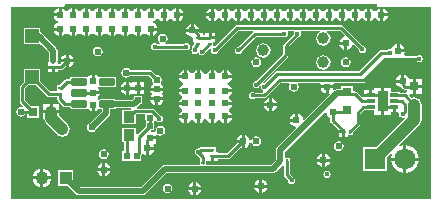
<source format=gbl>
G04*
G04 #@! TF.GenerationSoftware,Altium Limited,Altium Designer,19.1.5 (86)*
G04*
G04 Layer_Physical_Order=4*
G04 Layer_Color=16711680*
%FSLAX25Y25*%
%MOIN*%
G70*
G01*
G75*
%ADD17R,0.00984X0.01378*%
%ADD19R,0.01378X0.00984*%
%ADD26R,0.01968X0.01968*%
%ADD54C,0.01968*%
%ADD57C,0.00984*%
%ADD58C,0.03937*%
%ADD61R,0.04331X0.04331*%
%ADD62C,0.04331*%
%ADD63C,0.03902*%
%ADD64C,0.07087*%
%ADD65R,0.07087X0.07087*%
%ADD66C,0.02402*%
%ADD67C,0.01575*%
%ADD77R,0.03150X0.03150*%
%ADD78R,0.04528X0.04528*%
%ADD79R,0.03150X0.03150*%
%ADD80R,0.02756X0.01181*%
%ADD81R,0.03543X0.07087*%
%ADD82R,0.03819X0.03937*%
%ADD83R,0.02126X0.02362*%
G04:AMPARAMS|DCode=84|XSize=23.62mil|YSize=53.15mil|CornerRadius=1.77mil|HoleSize=0mil|Usage=FLASHONLY|Rotation=90.000|XOffset=0mil|YOffset=0mil|HoleType=Round|Shape=RoundedRectangle|*
%AMROUNDEDRECTD84*
21,1,0.02362,0.04961,0,0,90.0*
21,1,0.02008,0.05315,0,0,90.0*
1,1,0.00354,0.02480,0.01004*
1,1,0.00354,0.02480,-0.01004*
1,1,0.00354,-0.02480,-0.01004*
1,1,0.00354,-0.02480,0.01004*
%
%ADD84ROUNDEDRECTD84*%
G36*
X122880Y65441D02*
X123054Y65180D01*
X123315Y65006D01*
X123622Y64945D01*
X140929D01*
Y803D01*
X803D01*
Y64945D01*
X18110D01*
X18417Y65006D01*
X18678Y65180D01*
X18852Y65441D01*
X18913Y65748D01*
X122819D01*
X122880Y65441D01*
D02*
G37*
%LPC*%
G36*
X123909Y64349D02*
X123551Y64278D01*
X122823Y63791D01*
X122545Y63375D01*
X121943D01*
X121665Y63791D01*
X120937Y64278D01*
X120579Y64349D01*
Y62205D01*
Y60060D01*
X120937Y60132D01*
X121665Y60618D01*
X121943Y61034D01*
X122545D01*
X122823Y60618D01*
X123551Y60132D01*
X123909Y60060D01*
Y62205D01*
Y64349D01*
D02*
G37*
G36*
X110917D02*
X110559Y64278D01*
X109831Y63791D01*
X109553Y63375D01*
X108951D01*
X108673Y63791D01*
X107945Y64278D01*
X107587Y64349D01*
Y62205D01*
Y60060D01*
X107945Y60132D01*
X108673Y60618D01*
X108951Y61034D01*
X109553D01*
X109831Y60618D01*
X110559Y60132D01*
X110917Y60060D01*
Y62205D01*
Y64349D01*
D02*
G37*
G36*
X93594D02*
X93236Y64278D01*
X92508Y63791D01*
X92230Y63375D01*
X91628D01*
X91351Y63791D01*
X90623Y64278D01*
X90264Y64349D01*
Y62205D01*
Y60060D01*
X90623Y60132D01*
X91351Y60618D01*
X91628Y61034D01*
X92230D01*
X92508Y60618D01*
X93236Y60132D01*
X93594Y60060D01*
Y62205D01*
Y64349D01*
D02*
G37*
G36*
X76272D02*
X75913Y64278D01*
X75185Y63791D01*
X74907Y63375D01*
X74306D01*
X74028Y63791D01*
X73300Y64278D01*
X72941Y64349D01*
Y62205D01*
Y60060D01*
X73300Y60132D01*
X74028Y60618D01*
X74306Y61034D01*
X74907D01*
X75185Y60618D01*
X75913Y60132D01*
X76272Y60060D01*
Y62205D01*
Y64349D01*
D02*
G37*
G36*
X115248D02*
X114889Y64278D01*
X114161Y63791D01*
X113883Y63375D01*
X113282D01*
X113004Y63791D01*
X112276Y64278D01*
X111917Y64349D01*
Y62205D01*
Y60060D01*
X112276Y60132D01*
X113004Y60618D01*
X113282Y61034D01*
X113883D01*
X114161Y60618D01*
X114889Y60132D01*
X115248Y60060D01*
Y62205D01*
Y64349D01*
D02*
G37*
G36*
X97925D02*
X97566Y64278D01*
X96838Y63791D01*
X96561Y63375D01*
X95959D01*
X95681Y63791D01*
X94953Y64278D01*
X94595Y64349D01*
Y62205D01*
Y60060D01*
X94953Y60132D01*
X95681Y60618D01*
X95959Y61034D01*
X96561D01*
X96838Y60618D01*
X97566Y60132D01*
X97925Y60060D01*
Y62205D01*
Y64349D01*
D02*
G37*
G36*
X80602D02*
X80244Y64278D01*
X79516Y63791D01*
X79238Y63375D01*
X78636D01*
X78358Y63791D01*
X77630Y64278D01*
X77272Y64349D01*
Y62205D01*
Y60060D01*
X77630Y60132D01*
X78358Y60618D01*
X78636Y61034D01*
X79238D01*
X79516Y60618D01*
X80244Y60132D01*
X80602Y60060D01*
Y62205D01*
Y64349D01*
D02*
G37*
G36*
X106587Y64349D02*
X106228Y64278D01*
X105500Y63791D01*
X105222Y63375D01*
X104621D01*
X104343Y63791D01*
X103615Y64278D01*
X103256Y64349D01*
Y62205D01*
Y60060D01*
X103615Y60132D01*
X104343Y60618D01*
X104621Y61034D01*
X105222D01*
X105500Y60618D01*
X106228Y60132D01*
X106587Y60060D01*
Y62205D01*
Y64349D01*
D02*
G37*
G36*
X89264D02*
X88905Y64278D01*
X88177Y63791D01*
X87899Y63375D01*
X87298D01*
X87020Y63791D01*
X86292Y64278D01*
X85933Y64349D01*
Y62205D01*
Y60060D01*
X86292Y60132D01*
X87020Y60618D01*
X87298Y61034D01*
X87899D01*
X88177Y60618D01*
X88905Y60132D01*
X89264Y60060D01*
Y62205D01*
Y64349D01*
D02*
G37*
G36*
X71941D02*
X71582Y64278D01*
X70854Y63791D01*
X70576Y63375D01*
X69975D01*
X69697Y63791D01*
X68969Y64278D01*
X68610Y64349D01*
Y62205D01*
Y60060D01*
X68969Y60132D01*
X69697Y60618D01*
X69975Y61034D01*
X70576D01*
X70854Y60618D01*
X71582Y60132D01*
X71941Y60060D01*
Y62205D01*
Y64349D01*
D02*
G37*
G36*
X51468D02*
X51110Y64278D01*
X50382Y63791D01*
X50104Y63375D01*
X49503D01*
X49224Y63791D01*
X48496Y64278D01*
X48138Y64349D01*
Y62205D01*
X47138D01*
Y64349D01*
X46779Y64278D01*
X46051Y63791D01*
X45773Y63375D01*
X45172D01*
X44894Y63791D01*
X44166Y64278D01*
X43807Y64349D01*
Y62205D01*
X42807D01*
Y64349D01*
X42448Y64278D01*
X41720Y63791D01*
X41442Y63375D01*
X40841D01*
X40563Y63791D01*
X39835Y64278D01*
X39476Y64349D01*
Y62205D01*
X38476D01*
Y64349D01*
X38118Y64278D01*
X37390Y63791D01*
X37112Y63375D01*
X36510D01*
X36232Y63791D01*
X35504Y64278D01*
X35146Y64349D01*
Y62205D01*
X34146D01*
Y64349D01*
X33787Y64278D01*
X33059Y63791D01*
X32781Y63375D01*
X32180D01*
X31902Y63791D01*
X31174Y64278D01*
X30815Y64349D01*
Y62205D01*
X29815D01*
Y64349D01*
X29456Y64278D01*
X28728Y63791D01*
X28450Y63375D01*
X27849D01*
X27571Y63791D01*
X26843Y64278D01*
X26484Y64349D01*
Y62205D01*
X25484D01*
Y64349D01*
X25126Y64278D01*
X24398Y63791D01*
X24120Y63375D01*
X23518D01*
X23240Y63791D01*
X22512Y64278D01*
X22154Y64349D01*
Y62205D01*
X21154D01*
Y64349D01*
X20795Y64278D01*
X20067Y63791D01*
X19789Y63375D01*
X19187D01*
X18910Y63791D01*
X18181Y64278D01*
X17823Y64349D01*
Y62205D01*
X17323D01*
Y61705D01*
X15178D01*
X15250Y61346D01*
X15736Y60618D01*
X16464Y60132D01*
X16636Y60097D01*
Y59588D01*
X16464Y59553D01*
X15736Y59067D01*
X15250Y58339D01*
X15178Y57980D01*
X17323D01*
Y57480D01*
X17823D01*
Y55336D01*
X18181Y55407D01*
X18910Y55894D01*
X19187Y56310D01*
X19789D01*
X20067Y55894D01*
X20795Y55407D01*
X21154Y55336D01*
Y57480D01*
X22154D01*
Y55336D01*
X22512Y55407D01*
X23240Y55894D01*
X23518Y56310D01*
X24120D01*
X24398Y55894D01*
X25126Y55407D01*
X25484Y55336D01*
Y57480D01*
X26484D01*
Y55336D01*
X26843Y55407D01*
X27571Y55894D01*
X27849Y56310D01*
X28450D01*
X28728Y55894D01*
X29456Y55407D01*
X29815Y55336D01*
Y57480D01*
X30815D01*
Y55336D01*
X31174Y55407D01*
X31902Y55894D01*
X32180Y56310D01*
X32781D01*
X33059Y55894D01*
X33787Y55407D01*
X34146Y55336D01*
Y57480D01*
X35146D01*
Y55336D01*
X35504Y55407D01*
X36232Y55894D01*
X36510Y56310D01*
X37112D01*
X37390Y55894D01*
X38118Y55407D01*
X38476Y55336D01*
Y57480D01*
X39476D01*
Y55336D01*
X39835Y55407D01*
X40563Y55894D01*
X40841Y56310D01*
X41442D01*
X41720Y55894D01*
X42448Y55407D01*
X42807Y55336D01*
Y57480D01*
X43807D01*
Y55336D01*
X44166Y55407D01*
X44894Y55894D01*
X45172Y56310D01*
X45773D01*
X46051Y55894D01*
X46779Y55407D01*
X47138Y55336D01*
Y57480D01*
X47638D01*
Y57980D01*
X49782D01*
X49711Y58339D01*
X49224Y59067D01*
X48496Y59553D01*
X48324Y59588D01*
Y60097D01*
X48496Y60132D01*
X49224Y60618D01*
X49503Y61034D01*
X50104D01*
X50382Y60618D01*
X51110Y60132D01*
X51468Y60060D01*
Y62205D01*
Y64349D01*
D02*
G37*
G36*
X124909Y64349D02*
Y62705D01*
X126554D01*
X126482Y63063D01*
X125996Y63791D01*
X125268Y64278D01*
X124909Y64349D01*
D02*
G37*
G36*
X67610Y64349D02*
X67251Y64278D01*
X66524Y63791D01*
X66037Y63063D01*
X65966Y62705D01*
X67610D01*
Y64349D01*
D02*
G37*
G36*
X16823D02*
X16464Y64278D01*
X15736Y63791D01*
X15250Y63063D01*
X15178Y62705D01*
X16823D01*
Y64349D01*
D02*
G37*
G36*
X56799Y64349D02*
Y62705D01*
X58444D01*
X58372Y63063D01*
X57886Y63791D01*
X57158Y64278D01*
X56799Y64349D01*
D02*
G37*
G36*
X126554Y61705D02*
X124909D01*
Y60060D01*
X125268Y60132D01*
X125996Y60618D01*
X126482Y61346D01*
X126554Y61705D01*
D02*
G37*
G36*
X116248Y64349D02*
Y62205D01*
Y60060D01*
X116607Y60132D01*
X117335Y60618D01*
X117613Y61034D01*
X118214D01*
X118492Y60618D01*
X119220Y60132D01*
X119579Y60060D01*
Y62205D01*
Y64349D01*
X119220Y64278D01*
X118492Y63791D01*
X118214Y63375D01*
X117613D01*
X117335Y63791D01*
X116607Y64278D01*
X116248Y64349D01*
D02*
G37*
G36*
X98925D02*
Y62205D01*
Y60060D01*
X99284Y60132D01*
X100012Y60618D01*
X100290Y61034D01*
X100891D01*
X101169Y60618D01*
X101897Y60132D01*
X102256Y60060D01*
Y62205D01*
Y64349D01*
X101897Y64278D01*
X101169Y63791D01*
X100891Y63375D01*
X100290D01*
X100012Y63791D01*
X99284Y64278D01*
X98925Y64349D01*
D02*
G37*
G36*
X81602D02*
Y62205D01*
Y60060D01*
X81961Y60132D01*
X82689Y60618D01*
X82967Y61034D01*
X83568D01*
X83846Y60618D01*
X84574Y60132D01*
X84933Y60060D01*
Y62205D01*
Y64349D01*
X84574Y64278D01*
X83846Y63791D01*
X83568Y63375D01*
X82967D01*
X82689Y63791D01*
X81961Y64278D01*
X81602Y64349D01*
D02*
G37*
G36*
X67610Y61705D02*
X65966D01*
X66037Y61346D01*
X66524Y60618D01*
X67251Y60132D01*
X67610Y60060D01*
Y61705D01*
D02*
G37*
G36*
X58444Y61705D02*
X56799D01*
Y60060D01*
X57158Y60132D01*
X57886Y60618D01*
X58372Y61346D01*
X58444Y61705D01*
D02*
G37*
G36*
X52469Y64349D02*
Y62205D01*
Y60060D01*
X52827Y60132D01*
X53555Y60618D01*
X53833Y61034D01*
X54435D01*
X54712Y60618D01*
X55440Y60132D01*
X55799Y60060D01*
Y62205D01*
Y64349D01*
X55440Y64278D01*
X54712Y63791D01*
X54435Y63375D01*
X53833D01*
X53555Y63791D01*
X52827Y64278D01*
X52469Y64349D01*
D02*
G37*
G36*
X61917Y59231D02*
Y57587D01*
X63562D01*
X63490Y57945D01*
X63004Y58673D01*
X62276Y59160D01*
X61917Y59231D01*
D02*
G37*
G36*
X60917D02*
X60559Y59160D01*
X59831Y58673D01*
X59344Y57945D01*
X59273Y57587D01*
X60917D01*
Y59231D01*
D02*
G37*
G36*
X49782Y56980D02*
X48138D01*
Y55336D01*
X48496Y55407D01*
X49224Y55894D01*
X49711Y56622D01*
X49782Y56980D01*
D02*
G37*
G36*
X16823D02*
X15178D01*
X15250Y56622D01*
X15736Y55894D01*
X16464Y55407D01*
X16823Y55336D01*
Y56980D01*
D02*
G37*
G36*
X69012Y56020D02*
X67823D01*
Y55028D01*
X69012D01*
Y56020D01*
D02*
G37*
G36*
X51575Y55956D02*
X50953Y55833D01*
X50425Y55480D01*
X50073Y54953D01*
X49949Y54331D01*
X50073Y53709D01*
X50425Y53181D01*
X50729Y52978D01*
X50578Y52478D01*
X49593D01*
X49280Y52687D01*
X48819Y52779D01*
X48358Y52687D01*
X47967Y52426D01*
X47706Y52036D01*
X47615Y51575D01*
X47706Y51114D01*
X47967Y50723D01*
X48358Y50462D01*
X48819Y50371D01*
X49280Y50462D01*
X49593Y50672D01*
X58675D01*
X58988Y50462D01*
X59449Y50371D01*
X59910Y50462D01*
X60300Y50723D01*
X60561Y51114D01*
X60653Y51575D01*
X60561Y52036D01*
X60300Y52426D01*
X59910Y52687D01*
X59449Y52779D01*
X58988Y52687D01*
X58675Y52478D01*
X52572D01*
X52420Y52978D01*
X52724Y53181D01*
X53077Y53709D01*
X53201Y54331D01*
X53077Y54953D01*
X52724Y55480D01*
X52197Y55833D01*
X51575Y55956D01*
D02*
G37*
G36*
X130551Y52419D02*
Y50775D01*
X132195D01*
X132124Y51133D01*
X131637Y51861D01*
X130909Y52348D01*
X130551Y52419D01*
D02*
G37*
G36*
X112098Y52256D02*
X110454D01*
X110525Y51897D01*
X111012Y51169D01*
X111740Y50683D01*
X112098Y50612D01*
Y52256D01*
D02*
G37*
G36*
X111024Y58777D02*
X76378D01*
X76032Y58708D01*
X75739Y58513D01*
X69096Y51869D01*
X68500Y51908D01*
X68405Y52010D01*
Y53035D01*
X69012D01*
Y54027D01*
X67323D01*
Y54527D01*
X66823D01*
Y56020D01*
X65634D01*
Y55431D01*
X65075D01*
Y56020D01*
X64112D01*
X64025Y56151D01*
X63588Y56587D01*
X59273D01*
X59344Y56228D01*
X59831Y55500D01*
X60559Y55014D01*
X61417Y54843D01*
X61697Y54613D01*
Y53035D01*
X61878D01*
X62085Y52535D01*
X61615Y52066D01*
X61419Y51773D01*
X61351Y51427D01*
Y51217D01*
X61141Y50904D01*
X61050Y50443D01*
X61141Y49982D01*
X61402Y49591D01*
X61793Y49330D01*
X62254Y49239D01*
X62715Y49330D01*
X62954Y49490D01*
X63257Y49520D01*
X63563Y49376D01*
X63715Y49148D01*
X64106Y48887D01*
X64567Y48796D01*
X65028Y48887D01*
X65418Y49148D01*
X65680Y49539D01*
X65704Y49663D01*
X67201Y51160D01*
X67371Y51135D01*
X67434Y51093D01*
X67730Y50576D01*
X67693Y50394D01*
X67785Y49933D01*
X68046Y49542D01*
X68437Y49281D01*
X68898Y49189D01*
X69358Y49281D01*
X69749Y49542D01*
X70010Y49933D01*
X70084Y50302D01*
X76752Y56971D01*
X81383D01*
X81511Y56762D01*
X81572Y56471D01*
X76680Y51580D01*
X76311Y51506D01*
X75920Y51245D01*
X75659Y50854D01*
X75567Y50394D01*
X75659Y49933D01*
X75920Y49542D01*
X76311Y49281D01*
X76772Y49189D01*
X77232Y49281D01*
X77623Y49542D01*
X77884Y49933D01*
X77958Y50302D01*
X82658Y55002D01*
X91352D01*
X91665Y54793D01*
X92126Y54701D01*
X92587Y54793D01*
X92977Y55054D01*
X93239Y55445D01*
X93330Y55905D01*
X93239Y56366D01*
X93169Y56471D01*
X93436Y56971D01*
X95147D01*
X95414Y56471D01*
X95344Y56366D01*
X95271Y55997D01*
X91881Y52607D01*
X91685Y52314D01*
X91616Y51968D01*
Y49193D01*
X82586Y40163D01*
X82216Y40089D01*
X81826Y39828D01*
X81565Y39437D01*
X81473Y38976D01*
X81565Y38515D01*
X81826Y38125D01*
X82216Y37864D01*
X82677Y37772D01*
X83138Y37864D01*
X83529Y38125D01*
X83790Y38515D01*
X84272Y38406D01*
X84229Y38189D01*
X84320Y37728D01*
X84582Y37337D01*
X84849Y37159D01*
X84969Y36698D01*
X84968Y36568D01*
X84785Y36336D01*
X82270D01*
X81957Y36546D01*
X81496Y36637D01*
X81035Y36546D01*
X80644Y36285D01*
X80383Y35894D01*
X80292Y35433D01*
X80383Y34972D01*
X80644Y34582D01*
X81035Y34320D01*
X81496Y34229D01*
X81957Y34320D01*
X82270Y34530D01*
X85433D01*
X85779Y34599D01*
X86072Y34794D01*
X90925Y39648D01*
X93758D01*
X93999Y39148D01*
X93774Y38811D01*
X93650Y38189D01*
X93774Y37567D01*
X94126Y37039D01*
X94653Y36687D01*
X95276Y36563D01*
X95898Y36687D01*
X96425Y37039D01*
X96778Y37567D01*
X96901Y38189D01*
X96778Y38811D01*
X96552Y39148D01*
X96794Y39648D01*
X104097D01*
X104333Y39207D01*
X104226Y39048D01*
X104155Y38689D01*
X108444D01*
X108372Y39048D01*
X108266Y39207D01*
X108502Y39648D01*
X118504D01*
X118850Y39717D01*
X119143Y39913D01*
X125965Y46735D01*
X136234D01*
X136547Y46525D01*
X137008Y46434D01*
X137469Y46525D01*
X137859Y46786D01*
X138120Y47177D01*
X138212Y47638D01*
X138120Y48099D01*
X137859Y48489D01*
X137469Y48750D01*
X137008Y48842D01*
X136547Y48750D01*
X136234Y48541D01*
X132141D01*
X131873Y49041D01*
X132124Y49416D01*
X132195Y49775D01*
X130051D01*
Y50275D01*
X129551D01*
Y52419D01*
X129192Y52348D01*
X128464Y51861D01*
X127978Y51133D01*
X127961Y51051D01*
X127394Y50765D01*
X127165Y50810D01*
X126705Y50719D01*
X126391Y50510D01*
X124409D01*
X124064Y50441D01*
X123771Y50245D01*
X116949Y43423D01*
X89764D01*
X89418Y43354D01*
X89125Y43158D01*
X85404Y39437D01*
X85129Y39444D01*
X84927Y39949D01*
X93158Y48180D01*
X93158Y48180D01*
X93354Y48473D01*
X93423Y48819D01*
X93423Y48819D01*
Y51594D01*
X96548Y54719D01*
X96917Y54793D01*
X97308Y55054D01*
X97569Y55445D01*
X97661Y55905D01*
X97569Y56366D01*
X97499Y56471D01*
X97767Y56971D01*
X103865D01*
X104016Y56471D01*
X103384Y56049D01*
X102866Y55273D01*
X102684Y54358D01*
X102866Y53443D01*
X103384Y52668D01*
X104160Y52150D01*
X105075Y51968D01*
X105990Y52150D01*
X106765Y52668D01*
X107283Y53443D01*
X107465Y54358D01*
X107283Y55273D01*
X106765Y56049D01*
X106133Y56471D01*
X106285Y56971D01*
X110650D01*
X112192Y55429D01*
X112027Y54886D01*
X111740Y54829D01*
X111012Y54343D01*
X110525Y53615D01*
X110454Y53256D01*
X112598D01*
Y52756D01*
X113098D01*
Y50612D01*
X113457Y50683D01*
X114185Y51169D01*
X114672Y51897D01*
X114729Y52185D01*
X115271Y52349D01*
X116924Y50696D01*
X116998Y50327D01*
X117259Y49936D01*
X117649Y49675D01*
X118110Y49583D01*
X118571Y49675D01*
X118962Y49936D01*
X119223Y50327D01*
X119315Y50787D01*
X119223Y51248D01*
X118962Y51639D01*
X118571Y51900D01*
X118201Y51973D01*
X111662Y58513D01*
X111369Y58708D01*
X111024Y58777D01*
D02*
G37*
G36*
X29921Y51626D02*
X29299Y51502D01*
X28772Y51150D01*
X28419Y50622D01*
X28295Y50000D01*
X28419Y49378D01*
X28772Y48850D01*
X29299Y48498D01*
X29921Y48374D01*
X30543Y48498D01*
X31071Y48850D01*
X31423Y49378D01*
X31547Y50000D01*
X31423Y50622D01*
X31071Y51150D01*
X30543Y51502D01*
X29921Y51626D01*
D02*
G37*
G36*
X85075Y52749D02*
X84160Y52567D01*
X83385Y52049D01*
X82866Y51273D01*
X82684Y50358D01*
X82866Y49444D01*
X83385Y48668D01*
X84160Y48150D01*
X85075Y47968D01*
X85990Y48150D01*
X86765Y48668D01*
X87283Y49444D01*
X87465Y50358D01*
X87283Y51273D01*
X86765Y52049D01*
X85990Y52567D01*
X85075Y52749D01*
D02*
G37*
G36*
X20185Y48995D02*
Y47350D01*
X21829D01*
X21758Y47709D01*
X21272Y48437D01*
X20544Y48924D01*
X20185Y48995D01*
D02*
G37*
G36*
X19185D02*
X18826Y48924D01*
X18098Y48437D01*
X17612Y47709D01*
X17541Y47350D01*
X19185D01*
Y48995D01*
D02*
G37*
G36*
X112598Y48082D02*
X111976Y47959D01*
X111449Y47606D01*
X111097Y47079D01*
X110973Y46457D01*
X111097Y45835D01*
X111449Y45307D01*
X111976Y44955D01*
X112598Y44831D01*
X113221Y44955D01*
X113748Y45307D01*
X114100Y45835D01*
X114224Y46457D01*
X114100Y47079D01*
X113748Y47606D01*
X113221Y47959D01*
X112598Y48082D01*
D02*
G37*
G36*
X82677D02*
X82055Y47959D01*
X81528Y47606D01*
X81175Y47079D01*
X81051Y46457D01*
X81175Y45835D01*
X81528Y45307D01*
X82055Y44955D01*
X82677Y44831D01*
X83299Y44955D01*
X83827Y45307D01*
X84179Y45835D01*
X84303Y46457D01*
X84179Y47079D01*
X83827Y47606D01*
X83299Y47959D01*
X82677Y48082D01*
D02*
G37*
G36*
X21829Y46350D02*
X20185D01*
Y44706D01*
X20544Y44777D01*
X21272Y45264D01*
X21758Y45992D01*
X21829Y46350D01*
D02*
G37*
G36*
X10732Y57815D02*
X5417D01*
Y52500D01*
X10732D01*
X10732Y52500D01*
Y52500D01*
X11120Y52248D01*
X13661Y49707D01*
Y46850D01*
X13695Y46677D01*
X13377Y46177D01*
X13377D01*
Y45185D01*
X15066D01*
Y44685D01*
X15566D01*
Y43193D01*
X16755D01*
Y43782D01*
X17520D01*
X17865Y43851D01*
X18158Y44046D01*
X18879Y44767D01*
X19185Y44706D01*
Y46350D01*
X17541D01*
X17602Y46044D01*
X17446Y45889D01*
X16873Y45982D01*
X16755Y46177D01*
X16755D01*
X16436Y46677D01*
X16471Y46850D01*
Y50289D01*
X16364Y50826D01*
X16059Y51282D01*
X11230Y56112D01*
X10774Y56416D01*
X10732Y56424D01*
Y57815D01*
D02*
G37*
G36*
X105075Y48749D02*
X104160Y48567D01*
X103384Y48049D01*
X102866Y47273D01*
X102684Y46358D01*
X102866Y45443D01*
X103384Y44668D01*
X104160Y44150D01*
X105075Y43968D01*
X105990Y44150D01*
X106765Y44668D01*
X107283Y45443D01*
X107465Y46358D01*
X107283Y47273D01*
X106765Y48049D01*
X105990Y48567D01*
X105075Y48749D01*
D02*
G37*
G36*
X14566Y44185D02*
X13377D01*
Y43193D01*
X14566D01*
Y44185D01*
D02*
G37*
G36*
X71941Y43877D02*
X71582Y43805D01*
X70854Y43319D01*
X70576Y42903D01*
X69975D01*
X69697Y43319D01*
X68969Y43805D01*
X68610Y43877D01*
Y41732D01*
X67610D01*
Y43877D01*
X67251Y43805D01*
X66524Y43319D01*
X66037Y42591D01*
X66003Y42419D01*
X65493D01*
X65459Y42591D01*
X64973Y43319D01*
X64245Y43805D01*
X63886Y43877D01*
Y41732D01*
X62886D01*
Y43877D01*
X62527Y43805D01*
X61799Y43319D01*
X61521Y42903D01*
X60920D01*
X60642Y43319D01*
X59914Y43805D01*
X59555Y43877D01*
Y41732D01*
X59055D01*
Y41232D01*
X56911D01*
X56982Y40874D01*
X57468Y40146D01*
X58196Y39659D01*
X58368Y39625D01*
Y39115D01*
X58196Y39081D01*
X57468Y38594D01*
X56982Y37867D01*
X56911Y37508D01*
X59055D01*
Y36508D01*
X56911D01*
X56982Y36149D01*
X57468Y35421D01*
X57885Y35143D01*
Y34542D01*
X57468Y34264D01*
X56982Y33536D01*
X56911Y33177D01*
X59055D01*
Y32177D01*
X56911D01*
X56982Y31819D01*
X57468Y31091D01*
X57885Y30812D01*
Y30211D01*
X57468Y29933D01*
X56982Y29205D01*
X56911Y28846D01*
X59055D01*
Y28346D01*
X59555D01*
Y26202D01*
X59914Y26273D01*
X60642Y26760D01*
X60920Y27176D01*
X61521D01*
X61799Y26760D01*
X62527Y26273D01*
X62886Y26202D01*
Y28346D01*
X63886D01*
Y26202D01*
X64245Y26273D01*
X64973Y26760D01*
X65459Y27488D01*
X65493Y27660D01*
X66003D01*
X66037Y27488D01*
X66524Y26760D01*
X67251Y26273D01*
X67610Y26202D01*
Y28346D01*
X68610D01*
Y26202D01*
X68969Y26273D01*
X69697Y26760D01*
X69975Y27176D01*
X70576D01*
X70854Y26760D01*
X71582Y26273D01*
X71941Y26202D01*
Y28346D01*
X72441D01*
Y28846D01*
X74585D01*
X74514Y29205D01*
X74028Y29933D01*
X73611Y30211D01*
Y30812D01*
X74028Y31091D01*
X74514Y31819D01*
X74585Y32177D01*
X72441D01*
Y33177D01*
X74585D01*
X74514Y33536D01*
X74028Y34264D01*
X73612Y34542D01*
Y35143D01*
X74028Y35421D01*
X74514Y36149D01*
X74585Y36508D01*
X72441D01*
Y37508D01*
X74585D01*
X74514Y37867D01*
X74028Y38594D01*
X73300Y39081D01*
X73128Y39115D01*
Y39625D01*
X73300Y39659D01*
X74028Y40146D01*
X74514Y40874D01*
X74585Y41232D01*
X72441D01*
Y41732D01*
X71941D01*
Y43877D01*
D02*
G37*
G36*
X72941D02*
Y42232D01*
X74585D01*
X74514Y42591D01*
X74028Y43319D01*
X73300Y43805D01*
X72941Y43877D01*
D02*
G37*
G36*
X58555D02*
X58196Y43805D01*
X57468Y43319D01*
X56982Y42591D01*
X56911Y42232D01*
X58555D01*
Y43877D01*
D02*
G37*
G36*
X130996Y42302D02*
X130637Y42231D01*
X129909Y41744D01*
X129423Y41016D01*
X129352Y40657D01*
X130996D01*
Y42302D01*
D02*
G37*
G36*
X138008Y40961D02*
X135933D01*
Y38886D01*
X138008D01*
Y40961D01*
D02*
G37*
G36*
X10732Y44035D02*
X5417D01*
Y39998D01*
X4086Y38666D01*
X3890Y38373D01*
X3821Y38028D01*
Y33465D01*
X3890Y33119D01*
X4086Y32826D01*
X4985Y31927D01*
X4739Y31466D01*
X4331Y31547D01*
X3709Y31423D01*
X3181Y31071D01*
X2829Y30543D01*
X2705Y29921D01*
X2829Y29299D01*
X3181Y28772D01*
X3709Y28419D01*
X4331Y28295D01*
X4953Y28419D01*
X5480Y28772D01*
X5645Y29018D01*
X6299D01*
Y27953D01*
X10236D01*
Y31890D01*
X7576D01*
X5628Y33839D01*
Y37653D01*
X6695Y38721D01*
X9455D01*
X12987Y35188D01*
X13280Y34992D01*
X13626Y34924D01*
X16420D01*
Y34252D01*
X16488Y33906D01*
X16684Y33613D01*
X18456Y31842D01*
X18456Y31842D01*
X18749Y31646D01*
X19094Y31577D01*
X20583D01*
Y31476D01*
X20764Y31039D01*
X21201Y30858D01*
X26161D01*
X26546Y31018D01*
X26760Y30697D01*
X27488Y30210D01*
X27847Y30139D01*
Y32283D01*
X28846D01*
Y30139D01*
X29205Y30210D01*
X29933Y30697D01*
X30147Y31018D01*
X30531Y30858D01*
X31272D01*
Y30110D01*
X27502Y26339D01*
X27331Y26305D01*
X26803Y25953D01*
X26451Y25425D01*
X26327Y24803D01*
X26451Y24181D01*
X26803Y23654D01*
X27331Y23301D01*
X27953Y23177D01*
X28575Y23301D01*
X29102Y23654D01*
X29455Y24181D01*
X29489Y24352D01*
X33671Y28534D01*
X33975Y28990D01*
X34082Y29528D01*
Y30858D01*
X35492D01*
X35929Y31039D01*
X35944Y31075D01*
X40848D01*
X41096Y30575D01*
X41002Y30453D01*
X38035D01*
Y25728D01*
X42642D01*
Y29136D01*
X45516D01*
X45783Y28636D01*
X45742Y28575D01*
X45618Y27953D01*
X45742Y27331D01*
X45913Y27075D01*
X45866Y26575D01*
X45866Y26575D01*
Y25096D01*
X43142Y22372D01*
X42829Y22442D01*
X42642Y22563D01*
Y24665D01*
X38035D01*
Y19941D01*
X38672D01*
Y16791D01*
X38118D01*
Y13642D01*
X41020D01*
X41032Y13642D01*
X41520D01*
X41532Y13642D01*
X44433D01*
Y15442D01*
X44535Y15595D01*
X44567Y15753D01*
X44994Y15966D01*
X45104Y15973D01*
X45598Y15643D01*
X45957Y15572D01*
Y17717D01*
X46457D01*
Y18216D01*
X48601D01*
X48530Y18575D01*
X48357Y18835D01*
X48592Y19276D01*
X49228D01*
Y20760D01*
X47244D01*
Y21760D01*
X49228D01*
Y22190D01*
X49398Y22308D01*
X49728Y22412D01*
X50165Y22120D01*
X50787Y21996D01*
X51410Y22120D01*
X51937Y22472D01*
X52289Y23000D01*
X52413Y23622D01*
X52289Y24244D01*
X51937Y24772D01*
X51410Y25124D01*
X50787Y25248D01*
X50165Y25124D01*
X49638Y24772D01*
X49285Y24244D01*
X49186Y23744D01*
X49162Y23622D01*
X48727Y23244D01*
X47742D01*
X47475Y23744D01*
X47525Y23819D01*
X48622D01*
Y26575D01*
X48622Y26575D01*
X48622D01*
X48720Y27058D01*
X48770Y27106D01*
X48938Y27103D01*
X49347Y27000D01*
X49542Y26708D01*
X49933Y26447D01*
X50394Y26355D01*
X50854Y26447D01*
X51245Y26708D01*
X51506Y27098D01*
X51598Y27559D01*
X51506Y28020D01*
X51245Y28411D01*
X50854Y28672D01*
X50728Y28697D01*
X48747Y30678D01*
X48454Y30874D01*
X48108Y30942D01*
X43008D01*
X42856Y31442D01*
X42923Y31487D01*
X43916Y32480D01*
X44685D01*
Y33722D01*
X44712Y33858D01*
X44685Y33994D01*
Y35236D01*
X43443D01*
X43307Y35263D01*
X43171Y35236D01*
X41929D01*
Y34467D01*
X41347Y33885D01*
X35944D01*
X35929Y33921D01*
X35492Y34102D01*
X30531D01*
X30205Y33967D01*
X29987Y34083D01*
X29934Y34621D01*
X29947Y34654D01*
X30420Y35362D01*
X30491Y35721D01*
X28346D01*
Y36720D01*
X30491D01*
X30420Y37079D01*
X29947Y37787D01*
X29934Y37820D01*
X29987Y38358D01*
X30205Y38474D01*
X30531Y38339D01*
X35492D01*
X35929Y38520D01*
X36110Y38957D01*
Y40965D01*
X35929Y41401D01*
X35492Y41583D01*
X30531D01*
X30147Y41423D01*
X29933Y41744D01*
X29205Y42231D01*
X28846Y42302D01*
Y40157D01*
X27847D01*
Y42302D01*
X27488Y42231D01*
X26760Y41744D01*
X26546Y41423D01*
X26161Y41583D01*
X21201D01*
X20764Y41401D01*
X20583Y40965D01*
Y40864D01*
X19488D01*
X19143Y40795D01*
X18849Y40599D01*
X17128Y38878D01*
X16240D01*
Y37106D01*
X15942Y36730D01*
X14000D01*
X10732Y39998D01*
Y44035D01*
D02*
G37*
G36*
X45291Y39779D02*
X43807D01*
Y38295D01*
X45291D01*
Y39779D01*
D02*
G37*
G36*
X39264Y39940D02*
X38905Y39868D01*
X38177Y39382D01*
X37691Y38654D01*
X37619Y38295D01*
X39264D01*
Y39940D01*
D02*
G37*
G36*
X39370Y44539D02*
X38748Y44415D01*
X38221Y44063D01*
X37868Y43536D01*
X37744Y42913D01*
X37868Y42291D01*
X38221Y41764D01*
X38748Y41411D01*
X39370Y41288D01*
X39992Y41411D01*
X40520Y41764D01*
X40684Y42010D01*
X46870D01*
X48038Y40842D01*
X47981Y40551D01*
X48104Y39929D01*
X48235Y39733D01*
X48132Y39063D01*
X48020Y38988D01*
X47533Y38260D01*
X47462Y37902D01*
X51751D01*
X51679Y38260D01*
X51193Y38988D01*
X51081Y39063D01*
X50978Y39733D01*
X51108Y39929D01*
X51232Y40551D01*
X51108Y41173D01*
X50756Y41701D01*
X50228Y42053D01*
X49606Y42177D01*
X49316Y42119D01*
X47883Y43552D01*
X47590Y43748D01*
X47244Y43817D01*
X40684D01*
X40520Y44063D01*
X39992Y44415D01*
X39370Y44539D01*
D02*
G37*
G36*
X114961Y38583D02*
X111024D01*
Y37429D01*
X109646D01*
X109108Y37322D01*
X108801Y37116D01*
X108694Y37170D01*
X108396Y37447D01*
X108444Y37689D01*
X106799D01*
Y36044D01*
X107016Y36088D01*
X107271Y35636D01*
X98772Y27137D01*
X98272Y27343D01*
X98136Y28024D01*
X97650Y28752D01*
X96922Y29238D01*
X96563Y29310D01*
Y27165D01*
X96063D01*
Y26665D01*
X93919D01*
X93990Y26307D01*
X94476Y25579D01*
X95204Y25092D01*
X95885Y24957D01*
X96091Y24456D01*
X89755Y18119D01*
X89450Y17664D01*
X89343Y17126D01*
Y13968D01*
X87607Y12232D01*
X66043D01*
Y13371D01*
X66421Y13665D01*
X66445Y13665D01*
X66584Y13665D01*
X66584Y13665D01*
Y13665D01*
X67610D01*
Y15157D01*
X68610D01*
Y13665D01*
X69799D01*
Y14254D01*
X73425D01*
X73771Y14323D01*
X74064Y14519D01*
X77540Y17995D01*
X77846Y17934D01*
Y19579D01*
X76202D01*
X76263Y19273D01*
X73051Y16061D01*
X69799D01*
Y16650D01*
X69193D01*
Y18209D01*
X68198D01*
X68110Y18226D01*
X64333D01*
X63987Y18157D01*
X63694Y17962D01*
X63458Y17725D01*
X63386Y17740D01*
X62925Y17648D01*
X62534Y17387D01*
X62273Y16996D01*
X62182Y16535D01*
X62273Y16075D01*
X62534Y15684D01*
X62925Y15423D01*
X63095Y15389D01*
X63898Y14586D01*
Y13878D01*
X63878D01*
Y12232D01*
X52165D01*
X51628Y12125D01*
X51172Y11820D01*
X44300Y4948D01*
X24078D01*
X21705Y7322D01*
Y10453D01*
X16587D01*
Y5335D01*
X19718D01*
X22503Y2550D01*
X22958Y2245D01*
X23496Y2138D01*
X44882D01*
X45419Y2245D01*
X45875Y2550D01*
X52747Y9422D01*
X88189D01*
X88727Y9529D01*
X89182Y9833D01*
X91510Y12161D01*
X92010Y11954D01*
Y8713D01*
X92079Y8368D01*
X92275Y8075D01*
X93289Y7060D01*
X93376Y6626D01*
X93637Y6235D01*
X94027Y5974D01*
X94488Y5882D01*
X94949Y5974D01*
X95340Y6235D01*
X95601Y6626D01*
X95692Y7087D01*
X95601Y7547D01*
X95340Y7938D01*
X94949Y8199D01*
X94644Y8260D01*
X93817Y9087D01*
Y13386D01*
X93799Y13473D01*
Y14469D01*
X92153D01*
Y16544D01*
X105558Y29950D01*
X106059Y29743D01*
X106195Y29063D01*
X106681Y28335D01*
X107364Y27878D01*
Y26969D01*
X107433Y26623D01*
X107629Y26330D01*
X110231Y23728D01*
X111811D01*
Y23228D01*
X112311D01*
Y21539D01*
X113303D01*
Y22146D01*
X114862D01*
Y23034D01*
X117174Y25346D01*
X117370Y25639D01*
X117439Y25984D01*
X117439Y25984D01*
Y29153D01*
X118780Y30494D01*
X120768D01*
X120855Y30512D01*
X122031D01*
Y28921D01*
X124303D01*
Y33465D01*
Y38008D01*
X122031D01*
Y37024D01*
X121366D01*
Y35433D01*
X120866D01*
Y34933D01*
X118155D01*
X117988Y34864D01*
X116387Y36465D01*
X116094Y36661D01*
X115748Y36730D01*
X114961D01*
Y38583D01*
D02*
G37*
G36*
X131996Y42302D02*
Y40157D01*
X131496D01*
Y39658D01*
X129352D01*
X129423Y39299D01*
X129909Y38571D01*
X130637Y38084D01*
X131304Y37952D01*
X131705Y37550D01*
X131998Y37355D01*
X132344Y37286D01*
X132858D01*
Y36670D01*
X132358Y36321D01*
X132283Y36336D01*
X130512D01*
Y36417D01*
X127575D01*
Y38008D01*
X125303D01*
Y33465D01*
Y28921D01*
X127575D01*
Y29906D01*
X128240D01*
Y31496D01*
X129240D01*
Y29906D01*
X130036D01*
X130346Y29406D01*
X130292Y29134D01*
X130384Y28673D01*
X130645Y28282D01*
X131035Y28021D01*
X131496Y27930D01*
X131957Y28021D01*
X132142Y28145D01*
X132461Y27757D01*
X122814Y18110D01*
X118347D01*
Y10236D01*
X126221D01*
Y14704D01*
X127627Y16111D01*
X128051Y15828D01*
X127857Y15359D01*
X127767Y14673D01*
X131783D01*
Y18690D01*
X131097Y18600D01*
X130629Y18406D01*
X130346Y18829D01*
X137136Y25620D01*
X137658Y26401D01*
X137842Y27323D01*
Y32283D01*
X137658Y33205D01*
X137402Y33589D01*
Y34252D01*
X136739D01*
X136355Y34509D01*
X135433Y34692D01*
X134511Y34509D01*
X134496Y34498D01*
X133645Y35349D01*
X133836Y35811D01*
X134933D01*
Y38386D01*
Y40961D01*
X133580D01*
X133569Y41016D01*
X133083Y41744D01*
X132355Y42231D01*
X131996Y42302D01*
D02*
G37*
G36*
X105799Y37689D02*
X104155D01*
X104226Y37330D01*
X104712Y36602D01*
X105440Y36116D01*
X105799Y36044D01*
Y37689D01*
D02*
G37*
G36*
X120366Y37024D02*
X118488D01*
Y35933D01*
X120366D01*
Y37024D01*
D02*
G37*
G36*
X45291Y37295D02*
X43807D01*
Y35811D01*
X45291D01*
Y37295D01*
D02*
G37*
G36*
X40264Y39940D02*
Y37795D01*
Y35651D01*
X40622Y35722D01*
X41008Y35980D01*
X41323Y35811D01*
Y35811D01*
X42807D01*
Y37795D01*
Y39779D01*
X41323D01*
Y39779D01*
X41008Y39611D01*
X40622Y39868D01*
X40264Y39940D01*
D02*
G37*
G36*
X138008Y37886D02*
X135933D01*
Y35811D01*
X138008D01*
Y37886D01*
D02*
G37*
G36*
X39264Y37295D02*
X37619D01*
X37691Y36937D01*
X38177Y36209D01*
X38905Y35722D01*
X39264Y35651D01*
Y37295D01*
D02*
G37*
G36*
X51751Y36902D02*
X47462D01*
X47533Y36543D01*
X48012Y35827D01*
X47533Y35111D01*
X47462Y34752D01*
X51751D01*
X51679Y35111D01*
X51201Y35827D01*
X51679Y36543D01*
X51751Y36902D01*
D02*
G37*
G36*
X87902Y34428D02*
Y32783D01*
X89546D01*
X89475Y33142D01*
X88988Y33870D01*
X88260Y34356D01*
X87902Y34428D01*
D02*
G37*
G36*
X86902D02*
X86543Y34356D01*
X85815Y33870D01*
X85329Y33142D01*
X85257Y32783D01*
X86902D01*
Y34428D01*
D02*
G37*
G36*
X51751Y33752D02*
X50106D01*
Y32107D01*
X50465Y32179D01*
X51193Y32665D01*
X51679Y33393D01*
X51751Y33752D01*
D02*
G37*
G36*
X49106D02*
X47462D01*
X47533Y33393D01*
X48020Y32665D01*
X48748Y32179D01*
X49106Y32107D01*
Y33752D01*
D02*
G37*
G36*
X16945Y32496D02*
X14870D01*
Y30421D01*
X16945D01*
Y32496D01*
D02*
G37*
G36*
X13870D02*
X11795D01*
Y30421D01*
X13870D01*
Y32496D01*
D02*
G37*
G36*
X89546Y31784D02*
X87902D01*
Y30139D01*
X88260Y30210D01*
X88988Y30697D01*
X89475Y31425D01*
X89546Y31784D01*
D02*
G37*
G36*
X86902D02*
X85257D01*
X85329Y31425D01*
X85815Y30697D01*
X86543Y30210D01*
X86902Y30139D01*
Y31784D01*
D02*
G37*
G36*
X95563Y29310D02*
X95204Y29238D01*
X94476Y28752D01*
X93990Y28024D01*
X93919Y27665D01*
X95563D01*
Y29310D01*
D02*
G37*
G36*
X74585Y27847D02*
X72941D01*
Y26202D01*
X73300Y26273D01*
X74028Y26760D01*
X74514Y27488D01*
X74585Y27847D01*
D02*
G37*
G36*
X58555D02*
X56911D01*
X56982Y27488D01*
X57468Y26760D01*
X58196Y26273D01*
X58555Y26202D01*
Y27847D01*
D02*
G37*
G36*
X16945Y29421D02*
X11795D01*
Y27347D01*
X12043D01*
X12145Y26834D01*
X12667Y26053D01*
X16407Y22313D01*
X17188Y21791D01*
X18110Y21607D01*
X19032Y21791D01*
X19813Y22313D01*
X20335Y23094D01*
X20519Y24016D01*
X20335Y24937D01*
X19813Y25719D01*
X16945Y28587D01*
Y29421D01*
D02*
G37*
G36*
X111311Y22728D02*
X110319D01*
Y21539D01*
X111311D01*
Y22728D01*
D02*
G37*
G36*
X77846Y22223D02*
X77488Y22152D01*
X76760Y21665D01*
X76273Y20937D01*
X76202Y20579D01*
X77846D01*
Y22223D01*
D02*
G37*
G36*
X78847D02*
Y20079D01*
Y17934D01*
X79205Y18006D01*
X79933Y18492D01*
X80419Y19220D01*
X80519Y19721D01*
X80566Y19956D01*
X81076D01*
X81175Y19457D01*
X81528Y18929D01*
X82055Y18577D01*
X82677Y18453D01*
X83299Y18577D01*
X83827Y18929D01*
X84179Y19457D01*
X84303Y20079D01*
X84179Y20701D01*
X83827Y21228D01*
X83299Y21581D01*
X82677Y21704D01*
X82055Y21581D01*
X81528Y21228D01*
X81175Y20701D01*
X81076Y20201D01*
X80566D01*
X80519Y20437D01*
X80419Y20937D01*
X79933Y21665D01*
X79205Y22152D01*
X78847Y22223D01*
D02*
G37*
G36*
X110236Y20130D02*
X109614Y20006D01*
X109087Y19654D01*
X108734Y19126D01*
X108610Y18504D01*
X108734Y17882D01*
X109087Y17354D01*
X109614Y17002D01*
X110236Y16878D01*
X110858Y17002D01*
X111386Y17354D01*
X111738Y17882D01*
X111862Y18504D01*
X111738Y19126D01*
X111386Y19654D01*
X110858Y20006D01*
X110236Y20130D01*
D02*
G37*
G36*
X48601Y17217D02*
X46957D01*
Y15572D01*
X47315Y15643D01*
X48043Y16130D01*
X48530Y16858D01*
X48601Y17217D01*
D02*
G37*
G36*
X132783Y18690D02*
Y14673D01*
X136800D01*
X136710Y15359D01*
X136252Y16465D01*
X135524Y17414D01*
X134575Y18142D01*
X133469Y18600D01*
X132783Y18690D01*
D02*
G37*
G36*
X105618Y15924D02*
Y14279D01*
X107263D01*
X107191Y14638D01*
X106705Y15366D01*
X105977Y15853D01*
X105618Y15924D01*
D02*
G37*
G36*
X104618D02*
X104259Y15853D01*
X103531Y15366D01*
X103045Y14638D01*
X102974Y14279D01*
X104618D01*
Y15924D01*
D02*
G37*
G36*
X31890Y17374D02*
X31268Y17250D01*
X30740Y16898D01*
X30388Y16370D01*
X30264Y15748D01*
X30388Y15126D01*
X30740Y14599D01*
X31268Y14246D01*
X31890Y14122D01*
X32512Y14246D01*
X33039Y14599D01*
X33392Y15126D01*
X33516Y15748D01*
X33392Y16370D01*
X33039Y16898D01*
X32512Y17250D01*
X31890Y17374D01*
D02*
G37*
G36*
X107263Y13280D02*
X105618D01*
Y11635D01*
X105977Y11706D01*
X106705Y12193D01*
X107191Y12921D01*
X107263Y13280D01*
D02*
G37*
G36*
X104618D02*
X102974D01*
X103045Y12921D01*
X103531Y12193D01*
X104259Y11706D01*
X104618Y11635D01*
Y13280D01*
D02*
G37*
G36*
X32390Y12774D02*
Y11130D01*
X34034D01*
X33963Y11489D01*
X33476Y12217D01*
X32748Y12703D01*
X32390Y12774D01*
D02*
G37*
G36*
X31390D02*
X31031Y12703D01*
X30303Y12217D01*
X29817Y11489D01*
X29745Y11130D01*
X31390D01*
Y12774D01*
D02*
G37*
G36*
X136800Y13673D02*
X132783D01*
Y9657D01*
X133469Y9747D01*
X134575Y10205D01*
X135524Y10933D01*
X136252Y11882D01*
X136710Y12987D01*
X136800Y13673D01*
D02*
G37*
G36*
X131783D02*
X127767D01*
X127857Y12987D01*
X128315Y11882D01*
X129043Y10933D01*
X129992Y10205D01*
X131097Y9747D01*
X131783Y9657D01*
Y13673D01*
D02*
G37*
G36*
X34034Y10130D02*
X32390D01*
Y8485D01*
X32748Y8557D01*
X33476Y9043D01*
X33963Y9771D01*
X34034Y10130D01*
D02*
G37*
G36*
X31390D02*
X29745D01*
X29817Y9771D01*
X30303Y9043D01*
X31031Y8557D01*
X31390Y8485D01*
Y10130D01*
D02*
G37*
G36*
X11772Y11021D02*
Y8394D01*
X14399D01*
X14356Y8720D01*
X14037Y9490D01*
X13529Y10151D01*
X12868Y10659D01*
X12098Y10978D01*
X11772Y11021D01*
D02*
G37*
G36*
X10772D02*
X10445Y10978D01*
X9675Y10659D01*
X9014Y10151D01*
X8507Y9490D01*
X8188Y8720D01*
X8145Y8394D01*
X10772D01*
Y11021D01*
D02*
G37*
G36*
X106299Y10259D02*
X105838Y10168D01*
X105448Y9907D01*
X105187Y9516D01*
X105095Y9055D01*
X105187Y8594D01*
X105448Y8204D01*
X105838Y7942D01*
X106299Y7851D01*
X106760Y7942D01*
X107151Y8204D01*
X107412Y8594D01*
X107503Y9055D01*
X107412Y9516D01*
X107151Y9907D01*
X106760Y10168D01*
X106299Y10259D01*
D02*
G37*
G36*
X84752Y7263D02*
Y5618D01*
X86396D01*
X86325Y5977D01*
X85839Y6705D01*
X85111Y7191D01*
X84752Y7263D01*
D02*
G37*
G36*
X83752D02*
X83393Y7191D01*
X82665Y6705D01*
X82179Y5977D01*
X82108Y5618D01*
X83752D01*
Y7263D01*
D02*
G37*
G36*
X62705Y6475D02*
Y4831D01*
X64349D01*
X64278Y5189D01*
X63791Y5917D01*
X63063Y6404D01*
X62705Y6475D01*
D02*
G37*
G36*
X61705D02*
X61346Y6404D01*
X60618Y5917D01*
X60132Y5189D01*
X60060Y4831D01*
X61705D01*
Y6475D01*
D02*
G37*
G36*
X14399Y7394D02*
X11772D01*
Y4767D01*
X12098Y4810D01*
X12868Y5129D01*
X13529Y5636D01*
X14037Y6297D01*
X14356Y7067D01*
X14399Y7394D01*
D02*
G37*
G36*
X10772D02*
X8145D01*
X8188Y7067D01*
X8507Y6297D01*
X9014Y5636D01*
X9675Y5129D01*
X10445Y4810D01*
X10772Y4767D01*
Y7394D01*
D02*
G37*
G36*
X86396Y4618D02*
X84752D01*
Y2974D01*
X85111Y3045D01*
X85839Y3531D01*
X86325Y4259D01*
X86396Y4618D01*
D02*
G37*
G36*
X83752D02*
X82108D01*
X82179Y4259D01*
X82665Y3531D01*
X83393Y3045D01*
X83752Y2974D01*
Y4618D01*
D02*
G37*
G36*
X53150Y5956D02*
X52527Y5833D01*
X52000Y5480D01*
X51648Y4953D01*
X51524Y4331D01*
X51648Y3709D01*
X52000Y3181D01*
X52527Y2829D01*
X53150Y2705D01*
X53772Y2829D01*
X54299Y3181D01*
X54652Y3709D01*
X54775Y4331D01*
X54652Y4953D01*
X54299Y5480D01*
X53772Y5833D01*
X53150Y5956D01*
D02*
G37*
G36*
X64349Y3831D02*
X62705D01*
Y2186D01*
X63063Y2258D01*
X63791Y2744D01*
X64278Y3472D01*
X64349Y3831D01*
D02*
G37*
G36*
X61705D02*
X60060D01*
X60132Y3472D01*
X60618Y2744D01*
X61346Y2258D01*
X61705Y2186D01*
Y3831D01*
D02*
G37*
%LPD*%
D17*
X92913Y13386D02*
D03*
X90748D02*
D03*
X113976Y23228D02*
D03*
X111811D02*
D03*
D19*
X15066Y46850D02*
D03*
Y44685D02*
D03*
X68110Y17323D02*
D03*
Y15157D02*
D03*
X64961Y12992D02*
D03*
Y10827D02*
D03*
X67323Y52362D02*
D03*
Y54527D02*
D03*
X63386Y52362D02*
D03*
Y54527D02*
D03*
X17323Y35827D02*
D03*
Y37992D02*
D03*
D26*
X47244Y25197D02*
D03*
Y21260D02*
D03*
X43307Y37795D02*
D03*
Y33858D02*
D03*
D54*
X90748Y17126D02*
X109646Y36024D01*
X112402D01*
X112992Y36614D01*
X90748Y13386D02*
Y17126D01*
X88189Y10827D02*
X90748Y13386D01*
X64961Y10827D02*
X88189D01*
X52165D02*
X64961D01*
X44882Y3543D02*
X52165Y10827D01*
X27953Y24803D02*
X32677Y29528D01*
Y32283D01*
X32874Y32480D01*
X33012D01*
X41929D01*
X43307Y33858D01*
X19146Y7894D02*
X23496Y3543D01*
X44882D01*
X7874Y55118D02*
X10236D01*
X15066Y50289D01*
Y46850D02*
Y50289D01*
D57*
X48819Y51575D02*
X59449D01*
X82677Y38976D02*
X92520Y48819D01*
X85433Y35433D02*
X90551Y40551D01*
X81496Y35433D02*
X85433D01*
X76378Y57874D02*
X111024D01*
X68898Y50394D02*
X76378Y57874D01*
X62254Y50443D02*
Y51427D01*
X63189Y52362D01*
X40339Y28150D02*
X42228Y30039D01*
X48108D01*
X50394Y27754D01*
Y27559D02*
Y27754D01*
X43701Y21654D02*
X47244Y25197D01*
X43701Y15941D02*
Y21654D01*
X42976Y15216D02*
X43701Y15941D01*
X120866Y35433D02*
X124803D01*
X23681Y36220D02*
X28346D01*
X112402Y29921D02*
X112992Y30512D01*
X108268Y29921D02*
X112402D01*
X108268Y26969D02*
X111811Y23425D01*
Y23228D02*
Y23425D01*
X108268Y26969D02*
Y29921D01*
X112992Y30512D02*
X112992Y30512D01*
X131767Y38766D02*
X132344Y38189D01*
X135236D01*
X131767Y38766D02*
Y39886D01*
X135236Y38189D02*
X135433Y38386D01*
X131496Y40157D02*
X131767Y39886D01*
X128839Y33366D02*
X131201D01*
X128740Y33465D02*
X128839Y33366D01*
X131201D02*
X132283Y32283D01*
Y30081D02*
Y32283D01*
X131496Y29294D02*
X132283Y30081D01*
X131496Y29134D02*
Y29294D01*
X124803Y31496D02*
X124803Y31496D01*
X128740D01*
Y35433D02*
X132283D01*
X135433Y32283D01*
X113779Y35827D02*
X115748D01*
X112992Y36614D02*
X113779Y35827D01*
X115748D02*
X118012Y33563D01*
X120768D01*
X120866Y33465D01*
X116535Y29528D02*
X118405Y31398D01*
X120768D01*
X120866Y31496D01*
X116535Y25984D02*
Y29528D01*
X113976Y23425D02*
X116535Y25984D01*
X113976Y23228D02*
Y23425D01*
X118504Y40551D02*
X125591Y47638D01*
X137008D01*
X90551Y40551D02*
X118504D01*
X89764Y42520D02*
X117323D01*
X124409Y49606D01*
X127165D01*
X85433Y38189D02*
X89764Y42520D01*
X92520Y51968D02*
X96457Y55905D01*
X111024Y57874D02*
X118110Y50787D01*
X92520Y48819D02*
Y51968D01*
X82284Y55905D02*
X92126D01*
X76772Y50394D02*
X82284Y55905D01*
X94488Y7087D02*
Y7138D01*
X92913Y8713D02*
X94488Y7138D01*
X92913Y8713D02*
Y13386D01*
X68110Y15157D02*
X73425D01*
X78347Y20079D01*
X63386Y16535D02*
X63546D01*
X64333Y17323D01*
X68110D01*
X64801Y12992D02*
Y14961D01*
X63386Y16376D02*
Y16535D01*
Y16376D02*
X64801Y14961D01*
Y12992D02*
X64961D01*
X63386Y54527D02*
X67323D01*
X62809Y56088D02*
X63386Y55512D01*
X62799Y56088D02*
X62809D01*
X61801Y57087D02*
X62799Y56088D01*
X61417Y57087D02*
X61801D01*
X63386Y54527D02*
Y55512D01*
X64567Y50000D02*
X64680Y50113D01*
X64877D01*
X67126Y52362D01*
X67323D01*
X63189D02*
X63386D01*
X46457Y17717D02*
Y20472D01*
X47244Y21260D01*
X39575Y15216D02*
Y21539D01*
X40339Y22303D01*
Y28091D02*
Y28150D01*
X47244Y25197D02*
Y27953D01*
X4331Y29921D02*
X8268D01*
X39764Y37795D02*
X43307D01*
X15066Y44685D02*
X17520D01*
X19685Y46850D01*
X47244Y42913D02*
X49606Y40551D01*
X39370Y42913D02*
X47244D01*
X8075Y41378D02*
X13626Y35827D01*
X17323D01*
X19094Y32480D02*
X23681D01*
X17323Y34252D02*
X19094Y32480D01*
X17323Y34252D02*
Y35827D01*
X19488Y39961D02*
X23681D01*
X17520Y37992D02*
X19488Y39961D01*
X17323Y37992D02*
X17520D01*
X4724Y33465D02*
X8268Y29921D01*
X4724Y33465D02*
Y38028D01*
X8075Y41378D01*
D58*
X122283Y14173D02*
X135433Y27323D01*
Y32283D01*
X14370Y27756D02*
X18110Y24016D01*
X14370Y27756D02*
Y29921D01*
D61*
X19146Y7894D02*
D03*
D62*
X11272D02*
D03*
D63*
X105075Y46358D02*
D03*
Y54358D02*
D03*
X85075Y50358D02*
D03*
D64*
X132283Y14173D02*
D03*
D65*
X122283D02*
D03*
D66*
X51575Y54331D02*
D03*
X38976Y57480D02*
D03*
X47638Y57480D02*
D03*
X43307Y57480D02*
D03*
X34646Y57480D02*
D03*
X21654Y57480D02*
D03*
X30315Y57480D02*
D03*
X25984Y57480D02*
D03*
X17323Y57480D02*
D03*
X130051Y50275D02*
D03*
X96063Y27165D02*
D03*
X108268Y29921D02*
D03*
X110236Y18504D02*
D03*
X105118Y13780D02*
D03*
X131496Y40157D02*
D03*
X112598Y46457D02*
D03*
Y52756D02*
D03*
X82677Y46457D02*
D03*
X95276Y38189D02*
D03*
X106299D02*
D03*
X87402Y32283D02*
D03*
X124803Y31496D02*
D03*
Y35433D02*
D03*
X84252Y5118D02*
D03*
X82677Y20079D02*
D03*
X78347D02*
D03*
X61417Y57087D02*
D03*
X63386Y32677D02*
D03*
X46457Y17717D02*
D03*
X50787Y23622D02*
D03*
X31890Y10630D02*
D03*
Y15748D02*
D03*
X47244Y27953D02*
D03*
X49606Y34252D02*
D03*
Y37402D02*
D03*
X4331Y29921D02*
D03*
X27953Y24803D02*
D03*
X39764Y37795D02*
D03*
X19685Y46850D02*
D03*
X49606Y40551D02*
D03*
X39370Y42913D02*
D03*
X29921Y50000D02*
D03*
X18110Y24016D02*
D03*
X62205Y4331D02*
D03*
X53150D02*
D03*
X7874Y55118D02*
D03*
X17323Y62205D02*
D03*
X28346Y40157D02*
D03*
Y36220D02*
D03*
Y32283D02*
D03*
X25984Y62205D02*
D03*
X43307D02*
D03*
X124409Y62205D02*
D03*
X85433Y62205D02*
D03*
X89764D02*
D03*
X98425Y62205D02*
D03*
X94095D02*
D03*
X76772D02*
D03*
X81102D02*
D03*
X72441Y62205D02*
D03*
X68110D02*
D03*
X102756D02*
D03*
X107087D02*
D03*
X115748Y62205D02*
D03*
X111417D02*
D03*
X120079Y62205D02*
D03*
X56299Y62205D02*
D03*
X47638Y62205D02*
D03*
X51968D02*
D03*
X38976Y62205D02*
D03*
X30315Y62205D02*
D03*
X34646D02*
D03*
X21654Y62205D02*
D03*
X68110Y41732D02*
D03*
Y28346D02*
D03*
Y37008D02*
D03*
Y32677D02*
D03*
X63386Y41732D02*
D03*
Y28346D02*
D03*
Y37008D02*
D03*
X72441Y41732D02*
D03*
Y28346D02*
D03*
Y37008D02*
D03*
Y32677D02*
D03*
X59055D02*
D03*
Y37008D02*
D03*
Y28346D02*
D03*
Y41732D02*
D03*
D67*
X59449Y51575D02*
D03*
X82677Y38976D02*
D03*
X81496Y35433D02*
D03*
X68898Y50394D02*
D03*
X62254Y50443D02*
D03*
X50394Y27559D02*
D03*
X131496Y29134D02*
D03*
X137008Y47638D02*
D03*
X127165Y49606D02*
D03*
X85433Y38189D02*
D03*
X96457Y55905D02*
D03*
X118110Y50787D02*
D03*
X76772Y50394D02*
D03*
X92126Y55905D02*
D03*
X106299Y9055D02*
D03*
X94488Y7087D02*
D03*
X63386Y16535D02*
D03*
X64567Y50000D02*
D03*
X48819Y51575D02*
D03*
D77*
X14370Y29921D02*
D03*
X8268D02*
D03*
D78*
X8075Y55158D02*
D03*
Y41378D02*
D03*
D79*
X112992Y36614D02*
D03*
Y30512D02*
D03*
X135433Y32283D02*
D03*
Y38386D02*
D03*
D80*
X128740Y35433D02*
D03*
Y33465D02*
D03*
Y31496D02*
D03*
X120866D02*
D03*
Y33465D02*
D03*
Y35433D02*
D03*
D81*
X124803Y33465D02*
D03*
D82*
X40339Y28091D02*
D03*
Y22303D02*
D03*
D83*
X39575Y15216D02*
D03*
X42976D02*
D03*
D84*
X23681Y32480D02*
D03*
Y36220D02*
D03*
Y39961D02*
D03*
X33012D02*
D03*
Y32480D02*
D03*
M02*

</source>
